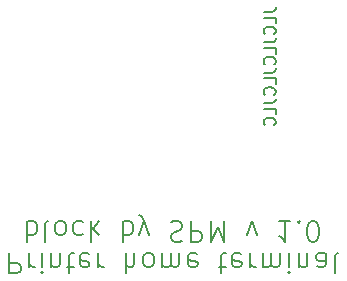
<source format=gbo>
%TF.GenerationSoftware,KiCad,Pcbnew,5.1.9*%
%TF.CreationDate,2021-02-07T15:24:09+01:00*%
%TF.ProjectId,detector_wiring,64657465-6374-46f7-925f-776972696e67,rev?*%
%TF.SameCoordinates,Original*%
%TF.FileFunction,Legend,Bot*%
%TF.FilePolarity,Positive*%
%FSLAX46Y46*%
G04 Gerber Fmt 4.6, Leading zero omitted, Abs format (unit mm)*
G04 Created by KiCad (PCBNEW 5.1.9) date 2021-02-07 15:24:09*
%MOMM*%
%LPD*%
G01*
G04 APERTURE LIST*
%ADD10C,0.150000*%
G04 APERTURE END LIST*
D10*
X135977380Y-79835952D02*
X136691666Y-79835952D01*
X136834523Y-79788333D01*
X136929761Y-79693095D01*
X136977380Y-79550238D01*
X136977380Y-79455000D01*
X136977380Y-80788333D02*
X136977380Y-80312142D01*
X135977380Y-80312142D01*
X136882142Y-81693095D02*
X136929761Y-81645476D01*
X136977380Y-81502619D01*
X136977380Y-81407380D01*
X136929761Y-81264523D01*
X136834523Y-81169285D01*
X136739285Y-81121666D01*
X136548809Y-81074047D01*
X136405952Y-81074047D01*
X136215476Y-81121666D01*
X136120238Y-81169285D01*
X136025000Y-81264523D01*
X135977380Y-81407380D01*
X135977380Y-81502619D01*
X136025000Y-81645476D01*
X136072619Y-81693095D01*
X135977380Y-82407380D02*
X136691666Y-82407380D01*
X136834523Y-82359761D01*
X136929761Y-82264523D01*
X136977380Y-82121666D01*
X136977380Y-82026428D01*
X136977380Y-83359761D02*
X136977380Y-82883571D01*
X135977380Y-82883571D01*
X136882142Y-84264523D02*
X136929761Y-84216904D01*
X136977380Y-84074047D01*
X136977380Y-83978809D01*
X136929761Y-83835952D01*
X136834523Y-83740714D01*
X136739285Y-83693095D01*
X136548809Y-83645476D01*
X136405952Y-83645476D01*
X136215476Y-83693095D01*
X136120238Y-83740714D01*
X136025000Y-83835952D01*
X135977380Y-83978809D01*
X135977380Y-84074047D01*
X136025000Y-84216904D01*
X136072619Y-84264523D01*
X135977380Y-84978809D02*
X136691666Y-84978809D01*
X136834523Y-84931190D01*
X136929761Y-84835952D01*
X136977380Y-84693095D01*
X136977380Y-84597857D01*
X136977380Y-85931190D02*
X136977380Y-85455000D01*
X135977380Y-85455000D01*
X136882142Y-86835952D02*
X136929761Y-86788333D01*
X136977380Y-86645476D01*
X136977380Y-86550238D01*
X136929761Y-86407380D01*
X136834523Y-86312142D01*
X136739285Y-86264523D01*
X136548809Y-86216904D01*
X136405952Y-86216904D01*
X136215476Y-86264523D01*
X136120238Y-86312142D01*
X136025000Y-86407380D01*
X135977380Y-86550238D01*
X135977380Y-86645476D01*
X136025000Y-86788333D01*
X136072619Y-86835952D01*
X135977380Y-87550238D02*
X136691666Y-87550238D01*
X136834523Y-87502619D01*
X136929761Y-87407380D01*
X136977380Y-87264523D01*
X136977380Y-87169285D01*
X136977380Y-88502619D02*
X136977380Y-88026428D01*
X135977380Y-88026428D01*
X136882142Y-89407380D02*
X136929761Y-89359761D01*
X136977380Y-89216904D01*
X136977380Y-89121666D01*
X136929761Y-88978809D01*
X136834523Y-88883571D01*
X136739285Y-88835952D01*
X136548809Y-88788333D01*
X136405952Y-88788333D01*
X136215476Y-88835952D01*
X136120238Y-88883571D01*
X136025000Y-88978809D01*
X135977380Y-89121666D01*
X135977380Y-89216904D01*
X136025000Y-89359761D01*
X136072619Y-89407380D01*
X114427142Y-100275952D02*
X114427142Y-101975952D01*
X115074761Y-101975952D01*
X115236666Y-101895000D01*
X115317619Y-101814047D01*
X115398571Y-101652142D01*
X115398571Y-101409285D01*
X115317619Y-101247380D01*
X115236666Y-101166428D01*
X115074761Y-101085476D01*
X114427142Y-101085476D01*
X116127142Y-100275952D02*
X116127142Y-101409285D01*
X116127142Y-101085476D02*
X116208095Y-101247380D01*
X116289047Y-101328333D01*
X116450952Y-101409285D01*
X116612857Y-101409285D01*
X117179523Y-100275952D02*
X117179523Y-101409285D01*
X117179523Y-101975952D02*
X117098571Y-101895000D01*
X117179523Y-101814047D01*
X117260476Y-101895000D01*
X117179523Y-101975952D01*
X117179523Y-101814047D01*
X117989047Y-101409285D02*
X117989047Y-100275952D01*
X117989047Y-101247380D02*
X118070000Y-101328333D01*
X118231904Y-101409285D01*
X118474761Y-101409285D01*
X118636666Y-101328333D01*
X118717619Y-101166428D01*
X118717619Y-100275952D01*
X119284285Y-101409285D02*
X119931904Y-101409285D01*
X119527142Y-101975952D02*
X119527142Y-100518809D01*
X119608095Y-100356904D01*
X119770000Y-100275952D01*
X119931904Y-100275952D01*
X121146190Y-100356904D02*
X120984285Y-100275952D01*
X120660476Y-100275952D01*
X120498571Y-100356904D01*
X120417619Y-100518809D01*
X120417619Y-101166428D01*
X120498571Y-101328333D01*
X120660476Y-101409285D01*
X120984285Y-101409285D01*
X121146190Y-101328333D01*
X121227142Y-101166428D01*
X121227142Y-101004523D01*
X120417619Y-100842619D01*
X121955714Y-100275952D02*
X121955714Y-101409285D01*
X121955714Y-101085476D02*
X122036666Y-101247380D01*
X122117619Y-101328333D01*
X122279523Y-101409285D01*
X122441428Y-101409285D01*
X124303333Y-100275952D02*
X124303333Y-101975952D01*
X125031904Y-100275952D02*
X125031904Y-101166428D01*
X124950952Y-101328333D01*
X124789047Y-101409285D01*
X124546190Y-101409285D01*
X124384285Y-101328333D01*
X124303333Y-101247380D01*
X126084285Y-100275952D02*
X125922380Y-100356904D01*
X125841428Y-100437857D01*
X125760476Y-100599761D01*
X125760476Y-101085476D01*
X125841428Y-101247380D01*
X125922380Y-101328333D01*
X126084285Y-101409285D01*
X126327142Y-101409285D01*
X126489047Y-101328333D01*
X126569999Y-101247380D01*
X126650952Y-101085476D01*
X126650952Y-100599761D01*
X126569999Y-100437857D01*
X126489047Y-100356904D01*
X126327142Y-100275952D01*
X126084285Y-100275952D01*
X127379523Y-100275952D02*
X127379523Y-101409285D01*
X127379523Y-101247380D02*
X127460476Y-101328333D01*
X127622380Y-101409285D01*
X127865238Y-101409285D01*
X128027142Y-101328333D01*
X128108095Y-101166428D01*
X128108095Y-100275952D01*
X128108095Y-101166428D02*
X128189047Y-101328333D01*
X128350952Y-101409285D01*
X128593809Y-101409285D01*
X128755714Y-101328333D01*
X128836666Y-101166428D01*
X128836666Y-100275952D01*
X130293809Y-100356904D02*
X130131904Y-100275952D01*
X129808095Y-100275952D01*
X129646190Y-100356904D01*
X129565238Y-100518809D01*
X129565238Y-101166428D01*
X129646190Y-101328333D01*
X129808095Y-101409285D01*
X130131904Y-101409285D01*
X130293809Y-101328333D01*
X130374761Y-101166428D01*
X130374761Y-101004523D01*
X129565238Y-100842619D01*
X132155714Y-101409285D02*
X132803333Y-101409285D01*
X132398571Y-101975952D02*
X132398571Y-100518809D01*
X132479523Y-100356904D01*
X132641428Y-100275952D01*
X132803333Y-100275952D01*
X134017619Y-100356904D02*
X133855714Y-100275952D01*
X133531904Y-100275952D01*
X133369999Y-100356904D01*
X133289047Y-100518809D01*
X133289047Y-101166428D01*
X133369999Y-101328333D01*
X133531904Y-101409285D01*
X133855714Y-101409285D01*
X134017619Y-101328333D01*
X134098571Y-101166428D01*
X134098571Y-101004523D01*
X133289047Y-100842619D01*
X134827142Y-100275952D02*
X134827142Y-101409285D01*
X134827142Y-101085476D02*
X134908095Y-101247380D01*
X134989047Y-101328333D01*
X135150952Y-101409285D01*
X135312857Y-101409285D01*
X135879523Y-100275952D02*
X135879523Y-101409285D01*
X135879523Y-101247380D02*
X135960476Y-101328333D01*
X136122380Y-101409285D01*
X136365238Y-101409285D01*
X136527142Y-101328333D01*
X136608095Y-101166428D01*
X136608095Y-100275952D01*
X136608095Y-101166428D02*
X136689047Y-101328333D01*
X136850952Y-101409285D01*
X137093809Y-101409285D01*
X137255714Y-101328333D01*
X137336666Y-101166428D01*
X137336666Y-100275952D01*
X138146190Y-100275952D02*
X138146190Y-101409285D01*
X138146190Y-101975952D02*
X138065238Y-101895000D01*
X138146190Y-101814047D01*
X138227142Y-101895000D01*
X138146190Y-101975952D01*
X138146190Y-101814047D01*
X138955714Y-101409285D02*
X138955714Y-100275952D01*
X138955714Y-101247380D02*
X139036666Y-101328333D01*
X139198571Y-101409285D01*
X139441428Y-101409285D01*
X139603333Y-101328333D01*
X139684285Y-101166428D01*
X139684285Y-100275952D01*
X141222380Y-100275952D02*
X141222380Y-101166428D01*
X141141428Y-101328333D01*
X140979523Y-101409285D01*
X140655714Y-101409285D01*
X140493809Y-101328333D01*
X141222380Y-100356904D02*
X141060476Y-100275952D01*
X140655714Y-100275952D01*
X140493809Y-100356904D01*
X140412857Y-100518809D01*
X140412857Y-100680714D01*
X140493809Y-100842619D01*
X140655714Y-100923571D01*
X141060476Y-100923571D01*
X141222380Y-101004523D01*
X142274761Y-100275952D02*
X142112857Y-100356904D01*
X142031904Y-100518809D01*
X142031904Y-101975952D01*
X115965238Y-97575952D02*
X115965238Y-99275952D01*
X115965238Y-98628333D02*
X116127142Y-98709285D01*
X116450952Y-98709285D01*
X116612857Y-98628333D01*
X116693809Y-98547380D01*
X116774761Y-98385476D01*
X116774761Y-97899761D01*
X116693809Y-97737857D01*
X116612857Y-97656904D01*
X116450952Y-97575952D01*
X116127142Y-97575952D01*
X115965238Y-97656904D01*
X117746190Y-97575952D02*
X117584285Y-97656904D01*
X117503333Y-97818809D01*
X117503333Y-99275952D01*
X118636666Y-97575952D02*
X118474761Y-97656904D01*
X118393809Y-97737857D01*
X118312857Y-97899761D01*
X118312857Y-98385476D01*
X118393809Y-98547380D01*
X118474761Y-98628333D01*
X118636666Y-98709285D01*
X118879523Y-98709285D01*
X119041428Y-98628333D01*
X119122380Y-98547380D01*
X119203333Y-98385476D01*
X119203333Y-97899761D01*
X119122380Y-97737857D01*
X119041428Y-97656904D01*
X118879523Y-97575952D01*
X118636666Y-97575952D01*
X120660476Y-97656904D02*
X120498571Y-97575952D01*
X120174761Y-97575952D01*
X120012857Y-97656904D01*
X119931904Y-97737857D01*
X119850952Y-97899761D01*
X119850952Y-98385476D01*
X119931904Y-98547380D01*
X120012857Y-98628333D01*
X120174761Y-98709285D01*
X120498571Y-98709285D01*
X120660476Y-98628333D01*
X121389047Y-97575952D02*
X121389047Y-99275952D01*
X121550952Y-98223571D02*
X122036666Y-97575952D01*
X122036666Y-98709285D02*
X121389047Y-98061666D01*
X124060476Y-97575952D02*
X124060476Y-99275952D01*
X124060476Y-98628333D02*
X124222380Y-98709285D01*
X124546190Y-98709285D01*
X124708095Y-98628333D01*
X124789047Y-98547380D01*
X124870000Y-98385476D01*
X124870000Y-97899761D01*
X124789047Y-97737857D01*
X124708095Y-97656904D01*
X124546190Y-97575952D01*
X124222380Y-97575952D01*
X124060476Y-97656904D01*
X125436666Y-98709285D02*
X125841428Y-97575952D01*
X126246190Y-98709285D02*
X125841428Y-97575952D01*
X125679523Y-97171190D01*
X125598571Y-97090238D01*
X125436666Y-97009285D01*
X128108095Y-97656904D02*
X128350952Y-97575952D01*
X128755714Y-97575952D01*
X128917619Y-97656904D01*
X128998571Y-97737857D01*
X129079523Y-97899761D01*
X129079523Y-98061666D01*
X128998571Y-98223571D01*
X128917619Y-98304523D01*
X128755714Y-98385476D01*
X128431904Y-98466428D01*
X128270000Y-98547380D01*
X128189047Y-98628333D01*
X128108095Y-98790238D01*
X128108095Y-98952142D01*
X128189047Y-99114047D01*
X128270000Y-99195000D01*
X128431904Y-99275952D01*
X128836666Y-99275952D01*
X129079523Y-99195000D01*
X129808095Y-97575952D02*
X129808095Y-99275952D01*
X130455714Y-99275952D01*
X130617619Y-99195000D01*
X130698571Y-99114047D01*
X130779523Y-98952142D01*
X130779523Y-98709285D01*
X130698571Y-98547380D01*
X130617619Y-98466428D01*
X130455714Y-98385476D01*
X129808095Y-98385476D01*
X131508095Y-97575952D02*
X131508095Y-99275952D01*
X132074761Y-98061666D01*
X132641428Y-99275952D01*
X132641428Y-97575952D01*
X134584285Y-98709285D02*
X134989047Y-97575952D01*
X135393809Y-98709285D01*
X138227142Y-97575952D02*
X137255714Y-97575952D01*
X137741428Y-97575952D02*
X137741428Y-99275952D01*
X137579523Y-99033095D01*
X137417619Y-98871190D01*
X137255714Y-98790238D01*
X138955714Y-97737857D02*
X139036666Y-97656904D01*
X138955714Y-97575952D01*
X138874761Y-97656904D01*
X138955714Y-97737857D01*
X138955714Y-97575952D01*
X140089047Y-99275952D02*
X140250952Y-99275952D01*
X140412857Y-99195000D01*
X140493809Y-99114047D01*
X140574761Y-98952142D01*
X140655714Y-98628333D01*
X140655714Y-98223571D01*
X140574761Y-97899761D01*
X140493809Y-97737857D01*
X140412857Y-97656904D01*
X140250952Y-97575952D01*
X140089047Y-97575952D01*
X139927142Y-97656904D01*
X139846190Y-97737857D01*
X139765238Y-97899761D01*
X139684285Y-98223571D01*
X139684285Y-98628333D01*
X139765238Y-98952142D01*
X139846190Y-99114047D01*
X139927142Y-99195000D01*
X140089047Y-99275952D01*
M02*

</source>
